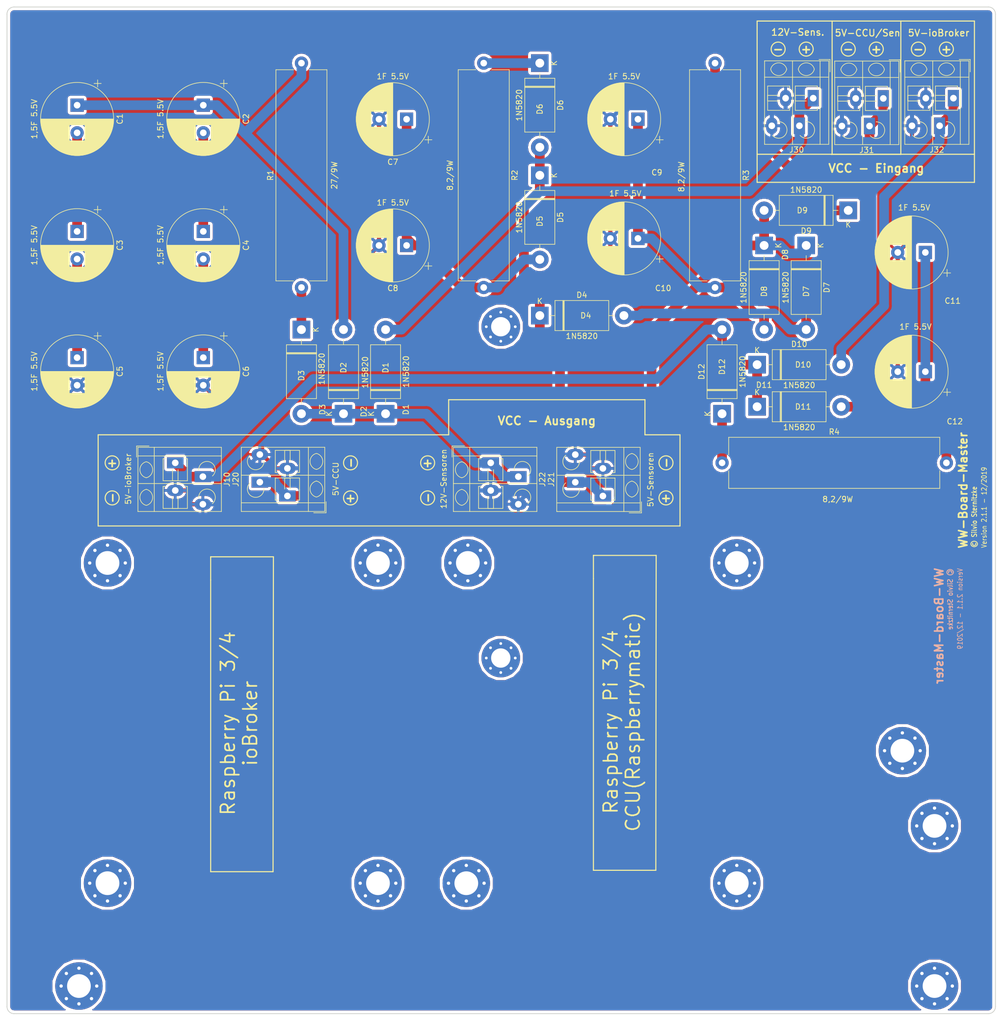
<source format=kicad_pcb>
(kicad_pcb (version 20171130) (host pcbnew "(5.0.2)-1")
  (layers (0 F.Cu signal) (31 B.Cu signal hide) (34 B.Paste user) (35 F.Paste user) (36 B.SilkS user) (37 F.SilkS user) (38 B.Mask user) (39 F.Mask user) (44 Edge.Cuts user))
  (net 0 "")
  (net 1 "Net-(C1-Pad2)")
  (net 2 "Net-(C1-Pad1)")
  (net 3 "Net-(D1-Pad1)")
  (net 4 "Net-(D1-Pad2)")
  (net 5 "Net-(D4-Pad2)")
  (net 6 "Net-(C2-Pad2)")
  (net 7 "Net-(C3-Pad2)")
  (net 8 "Net-(C4-Pad2)")
  (net 9 GND)
  (net 10 "Net-(C7-Pad1)")
  (net 11 "Net-(C10-Pad1)")
  (net 12 "Net-(C11-Pad1)")
  (net 13 "Net-(D3-Pad1)")
  (net 14 "Net-(D4-Pad1)")
  (net 15 "Net-(D6-Pad1)")
  (net 16 "Net-(D7-Pad1)")
  (net 17 "Net-(D9-Pad1)")
  (net 18 "Net-(D10-Pad2)")
  (net 19 "Net-(D10-Pad1)")
  (net 20 "Net-(D12-Pad1)")
  (module Homebrew:Copyrigth (layer F.Cu) (at 193.586506 103.077807)
    (fp_text reference Logo2 hide)
    (fp_text value "Version 2.1.1 - 12/2019" (at -2.6035 0.254 90) (layer F.SilkS) (effects (font (size 0.9 0.75) (thickness 0.12))))
    (fp_text user "© Silvio Sternitzke" (at -4.3815 1.9685 90) (layer F.SilkS) (effects (font (size 0.9 0.75))))
  )
  (module MountingHole:MountingHole_4.3mm_M4_Pad_Via (layer F.Cu) (at 27 190)
    (fp_text reference REF_09_1 hide)
    (fp_text value MountingHole_4.3mm_M4_Pad_Via)
    (pad 1 thru_hole circle (at 2.280419 -2.280419) (size 0.9 0.9) (drill 0.6) (layers *.Cu *.Mask))
    (pad 1 thru_hole circle (at 0 -3.225) (size 0.9 0.9) (drill 0.6) (layers *.Cu *.Mask))
    (pad 1 thru_hole circle (at -2.280419 -2.280419) (size 0.9 0.9) (drill 0.6) (layers *.Cu *.Mask))
    (pad 1 thru_hole circle (at -3.225 0) (size 0.9 0.9) (drill 0.6) (layers *.Cu *.Mask))
    (pad 1 thru_hole circle (at -2.280419 2.280419) (size 0.9 0.9) (drill 0.6) (layers *.Cu *.Mask))
    (pad 1 thru_hole circle (at 0 3.225) (size 0.9 0.9) (drill 0.6) (layers *.Cu *.Mask))
    (pad 1 thru_hole circle (at 2.280419 2.280419) (size 0.9 0.9) (drill 0.6) (layers *.Cu *.Mask))
    (pad 1 thru_hole circle (at 3.225 0) (size 0.9 0.9) (drill 0.6) (layers *.Cu *.Mask))
    (pad 1 thru_hole circle (at 0 0) (size 8.6 8.6) (drill 4.3) (layers *.Cu *.Mask))
  )
  (module MountingHole:MountingHole_4.3mm_M4_Pad_Via (layer F.Cu) (at 182 161)
    (fp_text reference REF_09_3 hide)
    (fp_text value MountingHole_4.3mm_M4_Pad_Via)
    (pad 1 thru_hole circle (at 0 0) (size 8.6 8.6) (drill 4.3) (layers *.Cu *.Mask))
    (pad 1 thru_hole circle (at 3.225 0) (size 0.9 0.9) (drill 0.6) (layers *.Cu *.Mask))
    (pad 1 thru_hole circle (at 2.280419 2.280419) (size 0.9 0.9) (drill 0.6) (layers *.Cu *.Mask))
    (pad 1 thru_hole circle (at 0 3.225) (size 0.9 0.9) (drill 0.6) (layers *.Cu *.Mask))
    (pad 1 thru_hole circle (at -2.280419 2.280419) (size 0.9 0.9) (drill 0.6) (layers *.Cu *.Mask))
    (pad 1 thru_hole circle (at -3.225 0) (size 0.9 0.9) (drill 0.6) (layers *.Cu *.Mask))
    (pad 1 thru_hole circle (at -2.280419 -2.280419) (size 0.9 0.9) (drill 0.6) (layers *.Cu *.Mask))
    (pad 1 thru_hole circle (at 0 -3.225) (size 0.9 0.9) (drill 0.6) (layers *.Cu *.Mask))
    (pad 1 thru_hole circle (at 2.280419 -2.280419) (size 0.9 0.9) (drill 0.6) (layers *.Cu *.Mask))
  )
  (module MountingHole:MountingHole_4.3mm_M4_Pad_Via (layer F.Cu) (at 182 190)
    (fp_text reference REF_09_2 hide)
    (fp_text value MountingHole_4.3mm_M4_Pad_Via)
    (pad 1 thru_hole circle (at 0 0) (size 8.6 8.6) (drill 4.3) (layers *.Cu *.Mask))
    (pad 1 thru_hole circle (at 3.225 0) (size 0.9 0.9) (drill 0.6) (layers *.Cu *.Mask))
    (pad 1 thru_hole circle (at 2.280419 2.280419) (size 0.9 0.9) (drill 0.6) (layers *.Cu *.Mask))
    (pad 1 thru_hole circle (at 0 3.225) (size 0.9 0.9) (drill 0.6) (layers *.Cu *.Mask))
    (pad 1 thru_hole circle (at -2.280419 2.280419) (size 0.9 0.9) (drill 0.6) (layers *.Cu *.Mask))
    (pad 1 thru_hole circle (at -3.225 0) (size 0.9 0.9) (drill 0.6) (layers *.Cu *.Mask))
    (pad 1 thru_hole circle (at -2.280419 -2.280419) (size 0.9 0.9) (drill 0.6) (layers *.Cu *.Mask))
    (pad 1 thru_hole circle (at 0 -3.225) (size 0.9 0.9) (drill 0.6) (layers *.Cu *.Mask))
    (pad 1 thru_hole circle (at 2.280419 -2.280419) (size 0.9 0.9) (drill 0.6) (layers *.Cu *.Mask))
  )
  (module MountingHole:MountingHole_3.5mm_Pad_Via (layer F.Cu) (at 103.42 130.6)
    (fp_text reference REF_S2 hide)
    (fp_text value MountingHole_3.5mm_Pad_Via)
    (pad 1 thru_hole circle (at 0 0) (size 7 7) (drill 3.5) (layers *.Cu *.Mask))
    (pad 1 thru_hole circle (at 2.625 0) (size 0.8 0.8) (drill 0.5) (layers *.Cu *.Mask))
    (pad 1 thru_hole circle (at 1.856155 1.856155) (size 0.8 0.8) (drill 0.5) (layers *.Cu *.Mask))
    (pad 1 thru_hole circle (at 0 2.625) (size 0.8 0.8) (drill 0.5) (layers *.Cu *.Mask))
    (pad 1 thru_hole circle (at -1.856155 1.856155) (size 0.8 0.8) (drill 0.5) (layers *.Cu *.Mask))
    (pad 1 thru_hole circle (at -2.625 0) (size 0.8 0.8) (drill 0.5) (layers *.Cu *.Mask))
    (pad 1 thru_hole circle (at -1.856155 -1.856155) (size 0.8 0.8) (drill 0.5) (layers *.Cu *.Mask))
    (pad 1 thru_hole circle (at 0 -2.625) (size 0.8 0.8) (drill 0.5) (layers *.Cu *.Mask))
    (pad 1 thru_hole circle (at 1.856155 -1.856155) (size 0.8 0.8) (drill 0.5) (layers *.Cu *.Mask))
  )
  (module MountingHole:MountingHole_3.5mm_Pad_Via (layer F.Cu) (at 103.42 70.6)
    (fp_text reference REF_S1 hide)
    (fp_text value MountingHole_3.5mm_Pad_Via)
    (pad 1 thru_hole circle (at 0 0) (size 7 7) (drill 3.5) (layers *.Cu *.Mask))
    (pad 1 thru_hole circle (at 2.625 0) (size 0.8 0.8) (drill 0.5) (layers *.Cu *.Mask))
    (pad 1 thru_hole circle (at 1.856155 1.856155) (size 0.8 0.8) (drill 0.5) (layers *.Cu *.Mask))
    (pad 1 thru_hole circle (at 0 2.625) (size 0.8 0.8) (drill 0.5) (layers *.Cu *.Mask))
    (pad 1 thru_hole circle (at -1.856155 1.856155) (size 0.8 0.8) (drill 0.5) (layers *.Cu *.Mask))
    (pad 1 thru_hole circle (at -2.625 0) (size 0.8 0.8) (drill 0.5) (layers *.Cu *.Mask))
    (pad 1 thru_hole circle (at -1.856155 -1.856155) (size 0.8 0.8) (drill 0.5) (layers *.Cu *.Mask))
    (pad 1 thru_hole circle (at 0 -2.625) (size 0.8 0.8) (drill 0.5) (layers *.Cu *.Mask))
    (pad 1 thru_hole circle (at 1.856155 -1.856155) (size 0.8 0.8) (drill 0.5) (layers *.Cu *.Mask))
  )
  (module MountingHole:MountingHole_4.3mm_M4_Pad_Via (layer F.Cu) (at 176.175 147.38)
    (fp_text reference REF05 hide)
    (fp_text value MountingHole_4.3mm_M4_Pad_Via)
    (pad 1 thru_hole circle (at 2.280419 -2.280419) (size 0.9 0.9) (drill 0.6) (layers *.Cu *.Mask))
    (pad 1 thru_hole circle (at 0 -3.225) (size 0.9 0.9) (drill 0.6) (layers *.Cu *.Mask))
    (pad 1 thru_hole circle (at -2.280419 -2.280419) (size 0.9 0.9) (drill 0.6) (layers *.Cu *.Mask))
    (pad 1 thru_hole circle (at -3.225 0) (size 0.9 0.9) (drill 0.6) (layers *.Cu *.Mask))
    (pad 1 thru_hole circle (at -2.280419 2.280419) (size 0.9 0.9) (drill 0.6) (layers *.Cu *.Mask))
    (pad 1 thru_hole circle (at 0 3.225) (size 0.9 0.9) (drill 0.6) (layers *.Cu *.Mask))
    (pad 1 thru_hole circle (at 2.280419 2.280419) (size 0.9 0.9) (drill 0.6) (layers *.Cu *.Mask))
    (pad 1 thru_hole circle (at 3.225 0) (size 0.9 0.9) (drill 0.6) (layers *.Cu *.Mask))
    (pad 1 thru_hole circle (at 0 0) (size 8.6 8.6) (drill 4.3) (layers *.Cu *.Mask))
  )
  (module MountingHole:MountingHole_4.3mm_M4_Pad_Via (layer F.Cu) (at 146.175 113.38)
    (fp_text reference REF_04 hide)
    (fp_text value MountingHole_4.3mm_M4_Pad_Via)
    (pad 1 thru_hole circle (at 2.280419 -2.280419) (size 0.9 0.9) (drill 0.6) (layers *.Cu *.Mask))
    (pad 1 thru_hole circle (at 0 -3.225) (size 0.9 0.9) (drill 0.6) (layers *.Cu *.Mask))
    (pad 1 thru_hole circle (at -2.280419 -2.280419) (size 0.9 0.9) (drill 0.6) (layers *.Cu *.Mask))
    (pad 1 thru_hole circle (at -3.225 0) (size 0.9 0.9) (drill 0.6) (layers *.Cu *.Mask))
    (pad 1 thru_hole circle (at -2.280419 2.280419) (size 0.9 0.9) (drill 0.6) (layers *.Cu *.Mask))
    (pad 1 thru_hole circle (at 0 3.225) (size 0.9 0.9) (drill 0.6) (layers *.Cu *.Mask))
    (pad 1 thru_hole circle (at 2.280419 2.280419) (size 0.9 0.9) (drill 0.6) (layers *.Cu *.Mask))
    (pad 1 thru_hole circle (at 3.225 0) (size 0.9 0.9) (drill 0.6) (layers *.Cu *.Mask))
    (pad 1 thru_hole circle (at 0 0) (size 8.6 8.6) (drill 4.3) (layers *.Cu *.Mask))
  )
  (module MountingHole:MountingHole_4.3mm_M4_Pad_Via (layer F.Cu) (at 146.175 171.38)
    (fp_text reference REF_09_4 hide)
    (fp_text value MountingHole_4.3mm_M4_Pad_Via)
    (pad 1 thru_hole circle (at 2.280419 -2.280419) (size 0.9 0.9) (drill 0.6) (layers *.Cu *.Mask))
    (pad 1 thru_hole circle (at 0 -3.225) (size 0.9 0.9) (drill 0.6) (layers *.Cu *.Mask))
    (pad 1 thru_hole circle (at -2.280419 -2.280419) (size 0.9 0.9) (drill 0.6) (layers *.Cu *.Mask))
    (pad 1 thru_hole circle (at -3.225 0) (size 0.9 0.9) (drill 0.6) (layers *.Cu *.Mask))
    (pad 1 thru_hole circle (at -2.280419 2.280419) (size 0.9 0.9) (drill 0.6) (layers *.Cu *.Mask))
    (pad 1 thru_hole circle (at 0 3.225) (size 0.9 0.9) (drill 0.6) (layers *.Cu *.Mask))
    (pad 1 thru_hole circle (at 2.280419 2.280419) (size 0.9 0.9) (drill 0.6) (layers *.Cu *.Mask))
    (pad 1 thru_hole circle (at 3.225 0) (size 0.9 0.9) (drill 0.6) (layers *.Cu *.Mask))
    (pad 1 thru_hole circle (at 0 0) (size 8.6 8.6) (drill 4.3) (layers *.Cu *.Mask))
  )
  (module MountingHole:MountingHole_4.3mm_M4_Pad_Via (layer F.Cu) (at 97.175 171.38)
    (fp_text reference REF_08 hide)
    (fp_text value MountingHole_4.3mm_M4_Pad_Via)
    (pad 1 thru_hole circle (at 2.280419 -2.280419) (size 0.9 0.9) (drill 0.6) (layers *.Cu *.Mask))
    (pad 1 thru_hole circle (at 0 -3.225) (size 0.9 0.9) (drill 0.6) (layers *.Cu *.Mask))
    (pad 1 thru_hole circle (at -2.280419 -2.280419) (size 0.9 0.9) (drill 0.6) (layers *.Cu *.Mask))
    (pad 1 thru_hole circle (at -3.225 0) (size 0.9 0.9) (drill 0.6) (layers *.Cu *.Mask))
    (pad 1 thru_hole circle (at -2.280419 2.280419) (size 0.9 0.9) (drill 0.6) (layers *.Cu *.Mask))
    (pad 1 thru_hole circle (at 0 3.225) (size 0.9 0.9) (drill 0.6) (layers *.Cu *.Mask))
    (pad 1 thru_hole circle (at 2.280419 2.280419) (size 0.9 0.9) (drill 0.6) (layers *.Cu *.Mask))
    (pad 1 thru_hole circle (at 3.225 0) (size 0.9 0.9) (drill 0.6) (layers *.Cu *.Mask))
    (pad 1 thru_hole circle (at 0 0) (size 8.6 8.6) (drill 4.3) (layers *.Cu *.Mask))
  )
  (module MountingHole:MountingHole_4.3mm_M4_Pad_Via (layer F.Cu) (at 97.455 113.38)
    (fp_text reference REF_03 hide)
    (fp_text value MountingHole_4.3mm_M4_Pad_Via)
    (pad 1 thru_hole circle (at 2.280419 -2.280419) (size 0.9 0.9) (drill 0.6) (layers *.Cu *.Mask))
    (pad 1 thru_hole circle (at 0 -3.225) (size 0.9 0.9) (drill 0.6) (layers *.Cu *.Mask))
    (pad 1 thru_hole circle (at -2.280419 -2.280419) (size 0.9 0.9) (drill 0.6) (layers *.Cu *.Mask))
    (pad 1 thru_hole circle (at -3.225 0) (size 0.9 0.9) (drill 0.6) (layers *.Cu *.Mask))
    (pad 1 thru_hole circle (at -2.280419 2.280419) (size 0.9 0.9) (drill 0.6) (layers *.Cu *.Mask))
    (pad 1 thru_hole circle (at 0 3.225) (size 0.9 0.9) (drill 0.6) (layers *.Cu *.Mask))
    (pad 1 thru_hole circle (at 2.280419 2.280419) (size 0.9 0.9) (drill 0.6) (layers *.Cu *.Mask))
    (pad 1 thru_hole circle (at 3.225 0) (size 0.9 0.9) (drill 0.6) (layers *.Cu *.Mask))
    (pad 1 thru_hole circle (at 0 0) (size 8.6 8.6) (drill 4.3) (layers *.Cu *.Mask))
  )
  (module MountingHole:MountingHole_4.3mm_M4_Pad_Via (layer F.Cu) (at 32.175 113.38)
    (fp_text reference REF_01 hide)
    (fp_text value MountingHole_4.3mm_M4_Pad_Via)
    (pad 1 thru_hole circle (at 0 0) (size 8.6 8.6) (drill 4.3) (layers *.Cu *.Mask))
    (pad 1 thru_hole circle (at 3.225 0) (size 0.9 0.9) (drill 0.6) (layers *.Cu *.Mask))
    (pad 1 thru_hole circle (at 2.280419 2.280419) (size 0.9 0.9) (drill 0.6) (layers *.Cu *.Mask))
    (pad 1 thru_hole circle (at 0 3.225) (size 0.9 0.9) (drill 0.6) (layers *.Cu *.Mask))
    (pad 1 thru_hole circle (at -2.280419 2.280419) (size 0.9 0.9) (drill 0.6) (layers *.Cu *.Mask))
    (pad 1 thru_hole circle (at -3.225 0) (size 0.9 0.9) (drill 0.6) (layers *.Cu *.Mask))
    (pad 1 thru_hole circle (at -2.280419 -2.280419) (size 0.9 0.9) (drill 0.6) (layers *.Cu *.Mask))
    (pad 1 thru_hole circle (at 0 -3.225) (size 0.9 0.9) (drill 0.6) (layers *.Cu *.Mask))
    (pad 1 thru_hole circle (at 2.280419 -2.280419) (size 0.9 0.9) (drill 0.6) (layers *.Cu *.Mask))
  )
  (module MountingHole:MountingHole_4.3mm_M4_Pad_Via (layer F.Cu) (at 81.175 113.38)
    (fp_text reference REF_02 hide)
    (fp_text value MountingHole_4.3mm_M4_Pad_Via)
    (pad 1 thru_hole circle (at 0 0) (size 8.6 8.6) (drill 4.3) (layers *.Cu *.Mask))
    (pad 1 thru_hole circle (at 3.225 0) (size 0.9 0.9) (drill 0.6) (layers *.Cu *.Mask))
    (pad 1 thru_hole circle (at 2.280419 2.280419) (size 0.9 0.9) (drill 0.6) (layers *.Cu *.Mask))
    (pad 1 thru_hole circle (at 0 3.225) (size 0.9 0.9) (drill 0.6) (layers *.Cu *.Mask))
    (pad 1 thru_hole circle (at -2.280419 2.280419) (size 0.9 0.9) (drill 0.6) (layers *.Cu *.Mask))
    (pad 1 thru_hole circle (at -3.225 0) (size 0.9 0.9) (drill 0.6) (layers *.Cu *.Mask))
    (pad 1 thru_hole circle (at -2.280419 -2.280419) (size 0.9 0.9) (drill 0.6) (layers *.Cu *.Mask))
    (pad 1 thru_hole circle (at 0 -3.225) (size 0.9 0.9) (drill 0.6) (layers *.Cu *.Mask))
    (pad 1 thru_hole circle (at 2.280419 -2.280419) (size 0.9 0.9) (drill 0.6) (layers *.Cu *.Mask))
  )
  (module MountingHole:MountingHole_4.3mm_M4_Pad_Via (layer F.Cu) (at 81.175 171.38)
    (fp_text reference REF_07 hide)
    (fp_text value MountingHole_4.3mm_M4_Pad_Via)
    (pad 1 thru_hole circle (at 0 0) (size 8.6 8.6) (drill 4.3) (layers *.Cu *.Mask))
    (pad 1 thru_hole circle (at 3.225 0) (size 0.9 0.9) (drill 0.6) (layers *.Cu *.Mask))
    (pad 1 thru_hole circle (at 2.280419 2.280419) (size 0.9 0.9) (drill 0.6) (layers *.Cu *.Mask))
    (pad 1 thru_hole circle (at 0 3.225) (size 0.9 0.9) (drill 0.6) (layers *.Cu *.Mask))
    (pad 1 thru_hole circle (at -2.280419 2.280419) (size 0.9 0.9) (drill 0.6) (layers *.Cu *.Mask))
    (pad 1 thru_hole circle (at -3.225 0) (size 0.9 0.9) (drill 0.6) (layers *.Cu *.Mask))
    (pad 1 thru_hole circle (at -2.280419 -2.280419) (size 0.9 0.9) (drill 0.6) (layers *.Cu *.Mask))
    (pad 1 thru_hole circle (at 0 -3.225) (size 0.9 0.9) (drill 0.6) (layers *.Cu *.Mask))
    (pad 1 thru_hole circle (at 2.280419 -2.280419) (size 0.9 0.9) (drill 0.6) (layers *.Cu *.Mask))
  )
  (module MountingHole:MountingHole_4.3mm_M4_Pad_Via (layer F.Cu) (at 32.175 171.38)
    (fp_text reference REF_06 hide)
    (fp_text value MountingHole_4.3mm_M4_Pad_Via)
    (pad 1 thru_hole circle (at 2.280419 -2.280419) (size 0.9 0.9) (drill 0.6) (layers *.Cu *.Mask))
    (pad 1 thru_hole circle (at 0 -3.225) (size 0.9 0.9) (drill 0.6) (layers *.Cu *.Mask))
    (pad 1 thru_hole circle (at -2.280419 -2.280419) (size 0.9 0.9) (drill 0.6) (layers *.Cu *.Mask))
    (pad 1 thru_hole circle (at -3.225 0) (size 0.9 0.9) (drill 0.6) (layers *.Cu *.Mask))
    (pad 1 thru_hole circle (at -2.280419 2.280419) (size 0.9 0.9) (drill 0.6) (layers *.Cu *.Mask))
    (pad 1 thru_hole circle (at 0 3.225) (size 0.9 0.9) (drill 0.6) (layers *.Cu *.Mask))
    (pad 1 thru_hole circle (at 2.280419 2.280419) (size 0.9 0.9) (drill 0.6) (layers *.Cu *.Mask))
    (pad 1 thru_hole circle (at 3.225 0) (size 0.9 0.9) (drill 0.6) (layers *.Cu *.Mask))
    (pad 1 thru_hole circle (at 0 0) (size 8.6 8.6) (drill 4.3) (layers *.Cu *.Mask))
  )
  (module Homebrew:Copyrigth (layer B.Cu) (at 189.23 121.92)
    (fp_text reference Logo1 hide)
    (fp_text value "Version 2.1.1 - 12/2019" (at -2.6035 -0.254 -90) (layer B.SilkS) (effects (font (size 0.9 0.75) (thickness 0.12)) (justify mirror)))
    (fp_text user "© Silvio Sternitzke" (at -4.3815 -1.9685 -90) (layer B.SilkS) (effects (font (size 0.9 0.75)) (justify mirror)))
  )
  (module Homebrew:CP_Radial_D20.0mm_P5.00mm (layer F.Cu) (at 86.36 33.02 180)
    (fp_text reference C7 (at 2.5 -7.75 180) (layer F.SilkS))
    (fp_text value "1F 5.5V" (at 2.5 7.75 180) (layer F.SilkS))
    (pad 2 thru_hole circle (at 5 0 180) (size 2.4 2.4) (drill 1.2) (layers *.Cu *.Mask) (net 9 GND))
    (pad 1 thru_hole rect (at 0 0 180) (size 2.4 2.4) (drill 1.2) (layers *.Cu *.Mask) (net 10 "Net-(C7-Pad1)"))
  )
  (module Homebrew:CP_Radial_D20.0mm_P5.00mm (layer F.Cu) (at 86.36 55.88 180)
    (fp_text reference C8 (at 2.5 -7.75 180) (layer F.SilkS))
    (fp_text value "1F 5.5V" (at 2.5 7.75 180) (layer F.SilkS))
    (pad 1 thru_hole rect (at 0 0 180) (size 2.4 2.4) (drill 1.2) (layers *.Cu *.Mask) (net 10 "Net-(C7-Pad1)"))
    (pad 2 thru_hole circle (at 5 0 180) (size 2.4 2.4) (drill 1.2) (layers *.Cu *.Mask) (net 9 GND))
  )
  (module Homebrew:CP_Radial_D20.0mm_P5.00mm (layer F.Cu) (at 128.27 33.02 180)
    (fp_text reference C9 (at -3.429 -9.652 180) (layer F.SilkS))
    (fp_text value "1F 5.5V" (at 2.5 7.75 180) (layer F.SilkS))
    (pad 2 thru_hole circle (at 5 0 180) (size 2.4 2.4) (drill 1.2) (layers *.Cu *.Mask) (net 9 GND))
    (pad 1 thru_hole rect (at 0 0 180) (size 2.4 2.4) (drill 1.2) (layers *.Cu *.Mask) (net 11 "Net-(C10-Pad1)"))
  )
  (module Homebrew:CP_Radial_D20.0mm_P5.00mm (layer F.Cu) (at 128.27 54.61 180)
    (fp_text reference C10 (at -4.572 -9.017 180) (layer F.SilkS))
    (fp_text value "1F 5.5V" (at 2.286 8.128 180) (layer F.SilkS))
    (pad 1 thru_hole rect (at 0 0 180) (size 2.4 2.4) (drill 1.2) (layers *.Cu *.Mask) (net 11 "Net-(C10-Pad1)"))
    (pad 2 thru_hole circle (at 5 0 180) (size 2.4 2.4) (drill 1.2) (layers *.Cu *.Mask) (net 9 GND))
  )
  (module Homebrew:CP_Radial_D20.0mm_P5.00mm (layer F.Cu) (at 180.34 57.15 180)
    (fp_text reference C11 (at -4.953 -8.763 180) (layer F.SilkS))
    (fp_text value "1F 5.5V" (at 2.032 8.128 180) (layer F.SilkS))
    (pad 2 thru_hole circle (at 5 0 180) (size 2.4 2.4) (drill 1.2) (layers *.Cu *.Mask) (net 9 GND))
    (pad 1 thru_hole rect (at 0 0 180) (size 2.4 2.4) (drill 1.2) (layers *.Cu *.Mask) (net 12 "Net-(C11-Pad1)"))
  )
  (module Homebrew:CP_Radial_D20.0mm_P5.00mm (layer F.Cu) (at 180.34 78.74 180)
    (fp_text reference C12 (at -5.334 -9.017 180) (layer F.SilkS))
    (fp_text value "1F 5.5V" (at 1.778 8.128 180) (layer F.SilkS))
    (pad 1 thru_hole rect (at 0 0 180) (size 2.4 2.4) (drill 1.2) (layers *.Cu *.Mask) (net 12 "Net-(C11-Pad1)"))
    (pad 2 thru_hole circle (at 5 0 180) (size 2.4 2.4) (drill 1.2) (layers *.Cu *.Mask) (net 9 GND))
  )
  (module Diode_THT:D_DO-201AD_P15.24mm_Horizontal (layer F.Cu) (at 82.55 86.36 90)
    (fp_text reference D1 (at 0.762 3.683 90) (layer F.SilkS))
    (fp_text value 1N5820 (at 7.62 3.72 90) (layer F.SilkS))
    (fp_text user K (at 0 -2.6 90) (layer F.SilkS))
    (fp_text user %R (at 8.3325 0 90) (layer F.SilkS))
    (pad 2 thru_hole oval (at 15.24 0 90) (size 3.2 3.2) (drill 1.6) (layers *.Cu *.Mask) (net 4 "Net-(D1-Pad2)"))
    (pad 1 thru_hole rect (at 0 0 90) (size 3.2 3.2) (drill 1.6) (layers *.Cu *.Mask) (net 3 "Net-(D1-Pad1)"))
  )
  (module Diode_THT:D_DO-201AD_P15.24mm_Horizontal (layer F.Cu) (at 74.93 86.36 90)
    (fp_text reference D2 (at 0.381 3.683 90) (layer F.SilkS))
    (fp_text value 1N5820 (at 7.493 3.937 90) (layer F.SilkS))
    (fp_text user %R (at 8.3325 0 90) (layer F.SilkS))
    (fp_text user K (at 0 -2.6 90) (layer F.SilkS))
    (pad 1 thru_hole rect (at 0 0 90) (size 3.2 3.2) (drill 1.6) (layers *.Cu *.Mask) (net 3 "Net-(D1-Pad1)"))
    (pad 2 thru_hole oval (at 15.24 0 90) (size 3.2 3.2) (drill 1.6) (layers *.Cu *.Mask) (net 2 "Net-(C1-Pad1)"))
  )
  (module Diode_THT:D_DO-201AD_P15.24mm_Horizontal (layer F.Cu) (at 67.31 71.12 270)
    (fp_text reference D3 (at 14.478 -3.81 270) (layer F.SilkS))
    (fp_text value 1N5820 (at 7.112 -3.683 270) (layer F.SilkS))
    (fp_text user K (at 0 -2.6 270) (layer F.SilkS))
    (fp_text user %R (at 8.3325 0 270) (layer F.SilkS))
    (pad 2 thru_hole oval (at 15.24 0 270) (size 3.2 3.2) (drill 1.6) (layers *.Cu *.Mask) (net 3 "Net-(D1-Pad1)"))
    (pad 1 thru_hole rect (at 0 0 270) (size 3.2 3.2) (drill 1.6) (layers *.Cu *.Mask) (net 13 "Net-(D3-Pad1)"))
  )
  (module Diode_THT:D_DO-201AD_P15.24mm_Horizontal (layer F.Cu) (at 110.49 68.58)
    (fp_text reference D4 (at 7.62 -3.72) (layer F.SilkS))
    (fp_text value 1N5820 (at 7.62 3.72) (layer F.SilkS))
    (fp_text user %R (at 8.3325 0) (layer F.SilkS))
    (fp_text user K (at 0 -2.6) (layer F.SilkS))
    (pad 1 thru_hole rect (at 0 0) (size 3.2 3.2) (drill 1.6) (layers *.Cu *.Mask) (net 14 "Net-(D4-Pad1)"))
    (pad 2 thru_hole oval (at 15.24 0) (size 3.2 3.2) (drill 1.6) (layers *.Cu *.Mask) (net 5 "Net-(D4-Pad2)"))
  )
  (module Diode_THT:D_DO-201AD_P15.24mm_Horizontal (layer F.Cu) (at 110.49 43.18 270)
    (fp_text reference D5 (at 7.62 -3.72 270) (layer F.SilkS))
    (fp_text value 1N5820 (at 7.62 3.72 270) (layer F.SilkS))
    (fp_text user K (at 0 -2.6 270) (layer F.SilkS))
    (fp_text user %R (at 8.3325 0 270) (layer F.SilkS))
    (pad 2 thru_hole oval (at 15.24 0 270) (size 3.2 3.2) (drill 1.6) (layers *.Cu *.Mask) (net 10 "Net-(C7-Pad1)"))
    (pad 1 thru_hole rect (at 0 0 270) (size 3.2 3.2) (drill 1.6) (layers *.Cu *.Mask) (net 14 "Net-(D4-Pad1)"))
  )
  (module Diode_THT:D_DO-201AD_P15.24mm_Horizontal (layer F.Cu) (at 110.49 22.86 270)
    (fp_text reference D6 (at 7.62 -3.72 270) (layer F.SilkS))
    (fp_text value 1N5820 (at 7.62 3.72 270) (layer F.SilkS))
    (fp_text user %R (at 8.3325 0 270) (layer F.SilkS))
    (fp_text user K (at 0 -2.6 270) (layer F.SilkS))
    (pad 1 thru_hole rect (at 0 0 270) (size 3.2 3.2) (drill 1.6) (layers *.Cu *.Mask) (net 15 "Net-(D6-Pad1)"))
    (pad 2 thru_hole oval (at 15.24 0 270) (size 3.2 3.2) (drill 1.6) (layers *.Cu *.Mask) (net 14 "Net-(D4-Pad1)"))
  )
  (module Diode_THT:D_DO-201AD_P15.24mm_Horizontal (layer F.Cu) (at 158.75 55.88 270)
    (fp_text reference D7 (at 7.62 -3.72 270) (layer F.SilkS))
    (fp_text value 1N5820 (at 7.62 3.72 270) (layer F.SilkS))
    (fp_text user %R (at 8.3325 0 270) (layer F.SilkS))
    (fp_text user K (at 0 -2.6 270) (layer F.SilkS))
    (pad 1 thru_hole rect (at 0 0 270) (size 3.2 3.2) (drill 1.6) (layers *.Cu *.Mask) (net 16 "Net-(D7-Pad1)"))
    (pad 2 thru_hole oval (at 15.24 0 270) (size 3.2 3.2) (drill 1.6) (layers *.Cu *.Mask) (net 5 "Net-(D4-Pad2)"))
  )
  (module Diode_THT:D_DO-201AD_P15.24mm_Horizontal (layer F.Cu) (at 151.13 55.88 270)
    (fp_text reference D8 (at 1.651 -3.81 270) (layer F.SilkS))
    (fp_text value 1N5820 (at 7.62 3.72 270) (layer F.SilkS))
    (fp_text user %R (at 8.3325 0 270) (layer F.SilkS))
    (fp_text user K (at 0 -2.6 270) (layer F.SilkS))
    (pad 1 thru_hole rect (at 0 0 270) (size 3.2 3.2) (drill 1.6) (layers *.Cu *.Mask) (net 16 "Net-(D7-Pad1)"))
    (pad 2 thru_hole oval (at 15.24 0 270) (size 3.2 3.2) (drill 1.6) (layers *.Cu *.Mask) (net 11 "Net-(C10-Pad1)"))
  )
  (module Diode_THT:D_DO-201AD_P15.24mm_Horizontal (layer F.Cu) (at 166.37 49.53 180)
    (fp_text reference D9 (at 7.62 -3.72 180) (layer F.SilkS))
    (fp_text value 1N5820 (at 7.62 3.72 180) (layer F.SilkS))
    (fp_text user K (at 0 -2.6 180) (layer F.SilkS))
    (fp_text user %R (at 8.3325 0 180) (layer F.SilkS))
    (pad 2 thru_hole oval (at 15.24 0 180) (size 3.2 3.2) (drill 1.6) (layers *.Cu *.Mask) (net 16 "Net-(D7-Pad1)"))
    (pad 1 thru_hole rect (at 0 0 180) (size 3.2 3.2) (drill 1.6) (layers *.Cu *.Mask) (net 17 "Net-(D9-Pad1)"))
  )
  (module Diode_THT:D_DO-201AD_P15.24mm_Horizontal (layer F.Cu) (at 149.86 77.47)
    (fp_text reference D10 (at 7.62 -3.72) (layer F.SilkS))
    (fp_text value 1N5820 (at 7.62 3.72) (layer F.SilkS))
    (fp_text user K (at 0 -2.6) (layer F.SilkS))
    (fp_text user %R (at 8.3325 0) (layer F.SilkS))
    (pad 2 thru_hole oval (at 15.24 0) (size 3.2 3.2) (drill 1.6) (layers *.Cu *.Mask) (net 18 "Net-(D10-Pad2)"))
    (pad 1 thru_hole rect (at 0 0) (size 3.2 3.2) (drill 1.6) (layers *.Cu *.Mask) (net 19 "Net-(D10-Pad1)"))
  )
  (module Diode_THT:D_DO-201AD_P15.24mm_Horizontal (layer F.Cu) (at 149.86 85.09)
    (fp_text reference D11 (at 1.27 -3.937) (layer F.SilkS))
    (fp_text value 1N5820 (at 7.62 3.72) (layer F.SilkS))
    (fp_text user %R (at 8.3325 0) (layer F.SilkS))
    (fp_text user K (at 0 -2.6) (layer F.SilkS))
    (pad 1 thru_hole rect (at 0 0) (size 3.2 3.2) (drill 1.6) (layers *.Cu *.Mask) (net 19 "Net-(D10-Pad1)"))
    (pad 2 thru_hole oval (at 15.24 0) (size 3.2 3.2) (drill 1.6) (layers *.Cu *.Mask) (net 12 "Net-(C11-Pad1)"))
  )
  (module Diode_THT:D_DO-201AD_P15.24mm_Horizontal (layer F.Cu) (at 143.51 86.36 90)
    (fp_text reference D12 (at 7.62 -3.72 90) (layer F.SilkS))
    (fp_text value 1N5820 (at 7.62 3.72 90) (layer F.SilkS))
    (fp_text user K (at 0 -2.6 90) (layer F.SilkS))
    (fp_text user %R (at 8.509 0 90) (layer F.SilkS))
    (pad 2 thru_hole oval (at 15.24 0 90) (size 3.2 3.2) (drill 1.6) (layers *.Cu *.Mask) (net 19 "Net-(D10-Pad1)"))
    (pad 1 thru_hole rect (at 0 0 90) (size 3.2 3.2) (drill 1.6) (layers *.Cu *.Mask) (net 20 "Net-(D12-Pad1)"))
  )
  (module TerminalBlock_WAGO:TerminalBlock_WAGO_804-102_1x02_P5.00mm_45Degree (layer F.Cu) (at 44.45 95.25 270)
    (fp_text reference J10 (at 3 -9.36 270) (layer F.SilkS))
    (fp_text value 5V-ioBroker (at 2.921 8.509 270) (layer F.SilkS))
    (pad 1 thru_hole rect (at 0 0 270) (size 2 3) (drill 1.2) (layers *.Cu *.Mask) (net 19 "Net-(D10-Pad1)"))
    (pad 1 thru_hole rect (at 2.5 -5 270) (size 2 3) (drill 1.2) (layers *.Cu *.Mask) (net 19 "Net-(D10-Pad1)"))
    (pad 2 thru_hole oval (at 5 0 270) (size 2 3) (drill 1.2) (layers *.Cu *.Mask) (net 9 GND))
    (pad 2 thru_hole oval (at 7.5 -5 270) (size 2 3) (drill 1.2) (layers *.Cu *.Mask) (net 9 GND))
  )
  (module TerminalBlock_WAGO:TerminalBlock_WAGO_804-102_1x02_P5.00mm_45Degree (layer F.Cu) (at 64.77 101.244 90)
    (fp_text reference J20 (at 3 -9.36 90) (layer F.SilkS))
    (fp_text value 5V-CCU (at 3.073 8.763 90) (layer F.SilkS))
    (pad 1 thru_hole rect (at 0 0 90) (size 2 3) (drill 1.2) (layers *.Cu *.Mask) (net 16 "Net-(D7-Pad1)"))
    (pad 1 thru_hole rect (at 2.5 -5 90) (size 2 3) (drill 1.2) (layers *.Cu *.Mask) (net 16 "Net-(D7-Pad1)"))
    (pad 2 thru_hole oval (at 5 0 90) (size 2 3) (drill 1.2) (layers *.Cu *.Mask) (net 9 GND))
    (pad 2 thru_hole oval (at 7.5 -5 90) (size 2 3) (drill 1.2) (layers *.Cu *.Mask) (net 9 GND))
  )
  (module TerminalBlock_WAGO:TerminalBlock_WAGO_804-102_1x02_P5.00mm_45Degree (layer F.Cu) (at 121.92 101.257 90)
    (fp_text reference J21 (at 3 -9.36 90) (layer F.SilkS))
    (fp_text value 5V-Sensoren (at 2.959 8.636 90) (layer F.SilkS))
    (pad 1 thru_hole rect (at 0 0 90) (size 2 3) (drill 1.2) (layers *.Cu *.Mask) (net 14 "Net-(D4-Pad1)"))
    (pad 1 thru_hole rect (at 2.5 -5 90) (size 2 3) (drill 1.2) (layers *.Cu *.Mask) (net 14 "Net-(D4-Pad1)"))
    (pad 2 thru_hole oval (at 5 0 90) (size 2 3) (drill 1.2) (layers *.Cu *.Mask) (net 9 GND))
    (pad 2 thru_hole oval (at 7.5 -5 90) (size 2 3) (drill 1.2) (layers *.Cu *.Mask) (net 9 GND))
  )
  (module TerminalBlock_WAGO:TerminalBlock_WAGO_804-102_1x02_P5.00mm_45Degree (layer F.Cu) (at 101.6 95.25 270)
    (fp_text reference J22 (at 3 -9.36 270) (layer F.SilkS))
    (fp_text value 12V-Sensoren (at 2.921 8.509 270) (layer F.SilkS))
    (pad 2 thru_hole oval (at 7.5 -5 270) (size 2 3) (drill 1.2) (layers *.Cu *.Mask) (net 9 GND))
    (pad 2 thru_hole oval (at 5 0 270) (size 2 3) (drill 1.2) (layers *.Cu *.Mask) (net 9 GND))
    (pad 1 thru_hole rect (at 2.5 -5 270) (size 2 3) (drill 1.2) (layers *.Cu *.Mask) (net 3 "Net-(D1-Pad1)"))
    (pad 1 thru_hole rect (at 0 0 270) (size 2 3) (drill 1.2) (layers *.Cu *.Mask) (net 3 "Net-(D1-Pad1)"))
  )
  (module TerminalBlock_WAGO:TerminalBlock_WAGO_804-102_1x02_P5.00mm_45Degree (layer F.Cu) (at 160.02 29.21 180)
    (fp_text reference J30 (at 3 -9.36 180) (layer F.SilkS))
    (fp_text value 12V-Sens. (at 2.794 11.938 180) (layer F.SilkS) (effects (font (size 1.2 1.2) (thickness 0.2))))
    (pad 1 thru_hole rect (at 0 0 180) (size 2 3) (drill 1.2) (layers *.Cu *.Mask) (net 4 "Net-(D1-Pad2)"))
    (pad 1 thru_hole rect (at 2.5 -5 180) (size 2 3) (drill 1.2) (layers *.Cu *.Mask) (net 4 "Net-(D1-Pad2)"))
    (pad 2 thru_hole oval (at 5 0 180) (size 2 3) (drill 1.2) (layers *.Cu *.Mask) (net 9 GND))
    (pad 2 thru_hole oval (at 7.5 -5 180) (size 2 3) (drill 1.2) (layers *.Cu *.Mask) (net 9 GND))
  )
  (module TerminalBlock_WAGO:TerminalBlock_WAGO_804-102_1x02_P5.00mm_45Degree (layer F.Cu) (at 172.72 29.2525 180)
    (fp_text reference J31 (at 3 -9.36 180) (layer F.SilkS))
    (fp_text value " 5V-CCU/Sen" (at 3.302 11.8535 180) (layer F.SilkS) (effects (font (size 1.2 1.2) (thickness 0.2))))
    (pad 2 thru_hole oval (at 7.5 -5 180) (size 2 3) (drill 1.2) (layers *.Cu *.Mask) (net 9 GND))
    (pad 2 thru_hole oval (at 5 0 180) (size 2 3) (drill 1.2) (layers *.Cu *.Mask) (net 9 GND))
    (pad 1 thru_hole rect (at 2.5 -5 180) (size 2 3) (drill 1.2) (layers *.Cu *.Mask) (net 5 "Net-(D4-Pad2)"))
    (pad 1 thru_hole rect (at 0 0 180) (size 2 3) (drill 1.2) (layers *.Cu *.Mask) (net 5 "Net-(D4-Pad2)"))
  )
  (module TerminalBlock_WAGO:TerminalBlock_WAGO_804-102_1x02_P5.00mm_45Degree (layer F.Cu) (at 185.42 29.21 180)
    (fp_text reference J32 (at 3 -9.36 180) (layer F.SilkS))
    (fp_text value 5V-ioBroker (at 2.667 11.811 180) (layer F.SilkS) (effects (font (size 1.2 1.2) (thickness 0.2))))
    (pad 2 thru_hole oval (at 7.5 -5 180) (size 2 3) (drill 1.2) (layers *.Cu *.Mask) (net 9 GND))
    (pad 2 thru_hole oval (at 5 0 180) (size 2 3) (drill 1.2) (layers *.Cu *.Mask) (net 9 GND))
    (pad 1 thru_hole rect (at 2.5 -5 180) (size 2 3) (drill 1.2) (layers *.Cu *.Mask) (net 18 "Net-(D10-Pad2)"))
    (pad 1 thru_hole rect (at 0 0 180) (size 2 3) (drill 1.2) (layers *.Cu *.Mask) (net 18 "Net-(D10-Pad2)"))
  )
  (module Resistor_THT:R_Axial_Power_L38.0mm_W9.0mm_P40.64mm (layer F.Cu) (at 67.31 63.5 90)
    (fp_text reference R1 (at 20.32 -5.62 90) (layer F.SilkS))
    (fp_text value 27/9W (at 20.32 5.969 90) (layer F.SilkS))
    (pad 2 thru_hole oval (at 40.64 0 90) (size 2.4 2.4) (drill 1.2) (layers *.Cu *.Mask) (net 2 "Net-(C1-Pad1)"))
    (pad 1 thru_hole circle (at 0 0 90) (size 2.4 2.4) (drill 1.2) (layers *.Cu *.Mask) (net 13 "Net-(D3-Pad1)"))
  )
  (module Resistor_THT:R_Axial_Power_L38.0mm_W9.0mm_P40.64mm (layer F.Cu) (at 100.33 22.86 270)
    (fp_text reference R2 (at 20.32 -5.62 270) (layer F.SilkS))
    (fp_text value 8,2/9W (at 20.32 6.096 270) (layer F.SilkS))
    (pad 1 thru_hole circle (at 0 0 270) (size 2.4 2.4) (drill 1.2) (layers *.Cu *.Mask) (net 15 "Net-(D6-Pad1)"))
    (pad 2 thru_hole oval (at 40.64 0 270) (size 2.4 2.4) (drill 1.2) (layers *.Cu *.Mask) (net 10 "Net-(C7-Pad1)"))
  )
  (module Resistor_THT:R_Axial_Power_L38.0mm_W9.0mm_P40.64mm (layer F.Cu) (at 142.24 22.86 270)
    (fp_text reference R3 (at 20.32 -5.62 270) (layer F.SilkS))
    (fp_text value 8,2/9W (at 20.574 6.096 270) (layer F.SilkS))
    (pad 2 thru_hole oval (at 40.64 0 270) (size 2.4 2.4) (drill 1.2) (layers *.Cu *.Mask) (net 11 "Net-(C10-Pad1)"))
    (pad 1 thru_hole circle (at 0 0 270) (size 2.4 2.4) (drill 1.2) (layers *.Cu *.Mask) (net 17 "Net-(D9-Pad1)"))
  )
  (module Resistor_THT:R_Axial_Power_L38.0mm_W9.0mm_P40.64mm (layer F.Cu) (at 143.51 95.25)
    (fp_text reference R4 (at 20.32 -5.62) (layer F.SilkS))
    (fp_text value 8,2/9W (at 20.955 6.604) (layer F.SilkS))
    (pad 1 thru_hole circle (at 0 0) (size 2.4 2.4) (drill 1.2) (layers *.Cu *.Mask) (net 20 "Net-(D12-Pad1)"))
    (pad 2 thru_hole oval (at 40.64 0) (size 2.4 2.4) (drill 1.2) (layers *.Cu *.Mask) (net 12 "Net-(C11-Pad1)"))
  )
  (module Homebrew:CP_Radial_D21.0mm_P5.00mm (layer F.Cu) (at 49.53 30.48 270)
    (fp_text reference C2 (at 2.5 -7.75 270) (layer F.SilkS))
    (fp_text value "1,5F 5.5V" (at 2.5 7.75 270) (layer F.SilkS))
    (pad 1 thru_hole rect (at 0 0 270) (size 2.4 2.4) (drill 1.2) (layers *.Cu *.Mask) (net 2 "Net-(C1-Pad1)"))
    (pad 2 thru_hole circle (at 5 0 270) (size 2.4 2.4) (drill 1.2) (layers *.Cu *.Mask) (net 6 "Net-(C2-Pad2)"))
  )
  (module Homebrew:CP_Radial_D21.0mm_P5.00mm (layer F.Cu) (at 26.67 53.34 270)
    (fp_text reference C3 (at 2.5 -7.75 270) (layer F.SilkS))
    (fp_text value "1,5F 5.5V" (at 2.5 7.75 270) (layer F.SilkS))
    (pad 1 thru_hole rect (at 0 0 270) (size 2.4 2.4) (drill 1.2) (layers *.Cu *.Mask) (net 1 "Net-(C1-Pad2)"))
    (pad 2 thru_hole circle (at 5 0 270) (size 2.4 2.4) (drill 1.2) (layers *.Cu *.Mask) (net 7 "Net-(C3-Pad2)"))
  )
  (module Homebrew:CP_Radial_D21.0mm_P5.00mm (layer F.Cu) (at 49.53 53.34 270)
    (fp_text reference C4 (at 2.5 -7.75 270) (layer F.SilkS))
    (fp_text value "1,5F 5.5V" (at 2.5 7.75 270) (layer F.SilkS))
    (pad 1 thru_hole rect (at 0 0 270) (size 2.4 2.4) (drill 1.2) (layers *.Cu *.Mask) (net 6 "Net-(C2-Pad2)"))
    (pad 2 thru_hole circle (at 5 0 270) (size 2.4 2.4) (drill 1.2) (layers *.Cu *.Mask) (net 8 "Net-(C4-Pad2)"))
  )
  (module Homebrew:CP_Radial_D21.0mm_P5.00mm (layer F.Cu) (at 26.67 76.2 270)
    (fp_text reference C5 (at 2.5 -7.75 270) (layer F.SilkS))
    (fp_text value "1,5F 5.5V" (at 2.5 7.75 270) (layer F.SilkS))
    (pad 2 thru_hole circle (at 5 0 270) (size 2.4 2.4) (drill 1.2) (layers *.Cu *.Mask) (net 9 GND))
    (pad 1 thru_hole rect (at 0 0 270) (size 2.4 2.4) (drill 1.2) (layers *.Cu *.Mask) (net 7 "Net-(C3-Pad2)"))
  )
  (module Homebrew:CP_Radial_D21.0mm_P5.00mm (layer F.Cu) (at 49.53 76.2 270)
    (fp_text reference C6 (at 2.5 -7.75 270) (layer F.SilkS))
    (fp_text value "1,5F 5.5V" (at 2.5 7.75 270) (layer F.SilkS))
    (pad 2 thru_hole circle (at 5 0 270) (size 2.4 2.4) (drill 1.2) (layers *.Cu *.Mask) (net 9 GND))
    (pad 1 thru_hole rect (at 0 0 270) (size 2.4 2.4) (drill 1.2) (layers *.Cu *.Mask) (net 8 "Net-(C4-Pad2)"))
  )
  (module Homebrew:CP_Radial_D21.0mm_P5.00mm (layer F.Cu) (at 26.67 30.48 270)
    (fp_text reference C1 (at 2.5 -7.75 270) (layer F.SilkS))
    (fp_text value "1,5F 5.5V" (at 2.5 7.75 270) (layer F.SilkS))
    (pad 1 thru_hole rect (at 0 0 270) (size 2.4 2.4) (drill 1.2) (layers *.Cu *.Mask) (net 2 "Net-(C1-Pad1)"))
    (pad 2 thru_hole circle (at 5 0 270) (size 2.4 2.4) (drill 1.2) (layers *.Cu *.Mask) (net 1 "Net-(C1-Pad2)"))
  )
  (gr_line (start 163.322 39.37) (end 189.23 39.37) (layer F.SilkS) (width 0.2))
  (gr_line (start 175.895 39.37) (end 163.322 39.37) (layer F.SilkS) (width 0.2))
  (gr_line (start 175.895 15.24) (end 175.895 39.37) (layer F.SilkS) (width 0.2))
  (gr_line (start 163.449 39.37) (end 149.86 39.37) (layer F.SilkS) (width 0.2))
  (gr_line (start 163.449 15.24) (end 163.449 39.37) (layer F.SilkS) (width 0.2))
  (gr_text WW-Board-Master (at 187.173006 100.220307 90) (layer F.SilkS) (effects (font (size 1.5 1.5) (thickness 0.3))))
  (gr_text "VCC - Ausgang" (at 111.76 87.63) (layer F.SilkS) (effects (font (size 1.5 1.5) (thickness 0.3))))
  (gr_line (start 93.98 90.17) (end 30.48 90.17) (layer F.SilkS) (width 0.2))
  (gr_line (start 93.98 83.82) (end 93.98 90.17) (layer F.SilkS) (width 0.2))
  (gr_line (start 129.54 83.82) (end 93.98 83.82) (layer F.SilkS) (width 0.2))
  (gr_line (start 129.54 90.17) (end 129.54 83.82) (layer F.SilkS) (width 0.2))
  (gr_line (start 135.89 90.17) (end 129.54 90.17) (layer F.SilkS) (width 0.2))
  (gr_line (start 135.89 106.68) (end 135.89 90.17) (layer F.SilkS) (width 0.2))
  (gr_line (start 30.48 106.68) (end 135.89 106.68) (layer F.SilkS) (width 0.2))
  (gr_line (start 30.48 90.17) (end 30.48 106.68) (layer F.SilkS) (width 0.2))
  (gr_line (start 189.23 15.24) (end 149.86 15.24) (layer F.SilkS) (width 0.2))
  (gr_line (start 189.23 44.45) (end 189.23 15.24) (layer F.SilkS) (width 0.2))
  (gr_line (start 149.86 44.45) (end 189.23 44.45) (layer F.SilkS) (width 0.2))
  (gr_line (start 149.86 15.24) (end 149.86 44.45) (layer F.SilkS) (width 0.2))
  (gr_text "VCC - Eingang" (at 171.45 41.91) (layer F.SilkS) (effects (font (size 1.5 1.5) (thickness 0.3))))
  (gr_circle (center 184.15 20.32) (end 185.42 20.32) (layer F.SilkS) (width 0.2))
  (gr_text + (at 184.15 20.32) (layer F.SilkS) (effects (font (size 1.5 1.5) (thickness 0.3))))
  (gr_circle (center 171.45 20.32) (end 172.72 20.32) (layer F.SilkS) (width 0.2))
  (gr_text + (at 171.45 20.32) (layer F.SilkS) (effects (font (size 1.5 1.5) (thickness 0.3))))
  (gr_circle (center 179.07 20.32) (end 180.34 20.32) (layer F.SilkS) (width 0.2))
  (gr_text "-\n" (at 179.07 20.32) (layer F.SilkS) (effects (font (size 1.5 1.5) (thickness 0.3))))
  (gr_circle (center 166.37 20.32) (end 167.64 20.32) (layer F.SilkS) (width 0.2))
  (gr_text "-\n" (at 166.37 20.32) (layer F.SilkS) (effects (font (size 1.5 1.5) (thickness 0.3))))
  (gr_text "-\n" (at 153.67 20.32) (layer F.SilkS) (effects (font (size 1.5 1.5) (thickness 0.3))))
  (gr_text + (at 158.75 20.32) (layer F.SilkS) (effects (font (size 1.5 1.5) (thickness 0.3))))
  (gr_circle (center 153.67 20.32) (end 154.94 20.32) (layer F.SilkS) (width 0.2))
  (gr_circle (center 158.75 20.32) (end 160.02 20.32) (layer F.SilkS) (width 0.2))
  (gr_text "-\n" (at 33.02 101.6 90) (layer F.SilkS) (effects (font (size 1.5 1.5) (thickness 0.3))))
  (gr_text + (at 33.02 95.25) (layer F.SilkS) (effects (font (size 1.5 1.5) (thickness 0.3))))
  (gr_circle (center 33.02 101.6) (end 34.29 101.6) (layer F.SilkS) (width 0.2))
  (gr_circle (center 33.02 95.25) (end 34.29 95.25) (layer F.SilkS) (width 0.2))
  (gr_text + (at 90.17 95.25) (layer F.SilkS) (effects (font (size 1.5 1.5) (thickness 0.3))))
  (gr_text "-\n" (at 90.17 101.6 90) (layer F.SilkS) (effects (font (size 1.5 1.5) (thickness 0.3))))
  (gr_circle (center 90.17 101.6) (end 91.44 101.6) (layer F.SilkS) (width 0.2))
  (gr_circle (center 90.17 95.25) (end 91.44 95.25) (layer F.SilkS) (width 0.2))
  (gr_text "-\n" (at 76.2 95.25 90) (layer F.SilkS) (effects (font (size 1.5 1.5) (thickness 0.3))))
  (gr_text + (at 76.2 101.6) (layer F.SilkS) (effects (font (size 1.5 1.5) (thickness 0.3))))
  (gr_circle (center 76.2 95.25) (end 77.47 95.25) (layer F.SilkS) (width 0.2))
  (gr_circle (center 76.2 101.6) (end 77.47 101.6) (layer F.SilkS) (width 0.2))
  (gr_text "-\n" (at 133.35 95.25 90) (layer F.SilkS) (effects (font (size 1.5 1.5) (thickness 0.3))))
  (gr_circle (center 133.35 95.25) (end 134.62 95.25) (layer F.SilkS) (width 0.2))
  (gr_text + (at 133.35 101.6) (layer F.SilkS) (effects (font (size 1.5 1.5) (thickness 0.3))))
  (gr_circle (center 133.35 101.6) (end 134.62 101.6) (layer F.SilkS) (width 0.2))
  (gr_text "Raspberry Pi 3/4\nCCU(Raspberrymatic)" (at 125.349 142.1765 90) (layer F.SilkS) (effects (font (size 2.5 2.5) (thickness 0.3))))
  (gr_line (start 120.2055 169.037) (end 131.5085 169.037) (layer F.SilkS) (width 0.2))
  (gr_line (start 120.269 112.014) (end 120.2055 112.014) (layer F.SilkS) (width 0.2))
  (gr_line (start 131.5085 169.037) (end 131.572 112.014) (layer F.SilkS) (width 0.2))
  (gr_line (start 120.2055 116.205) (end 120.2055 169.037) (layer F.SilkS) (width 0.2))
  (gr_line (start 120.2055 112.014) (end 120.2055 116.205) (layer F.SilkS) (width 0.2))
  (gr_line (start 131.572 112.014) (end 120.269 112.014) (layer F.SilkS) (width 0.2))
  (gr_line (start 50.8635 112.268) (end 50.8635 116.459) (layer F.SilkS) (width 0.2))
  (gr_line (start 50.927 112.268) (end 50.8635 112.268) (layer F.SilkS) (width 0.2))
  (gr_line (start 62.23 112.268) (end 50.927 112.268) (layer F.SilkS) (width 0.2))
  (gr_line (start 62.1665 169.291) (end 62.23 112.268) (layer F.SilkS) (width 0.2))
  (gr_line (start 50.8635 169.291) (end 62.1665 169.291) (layer F.SilkS) (width 0.2))
  (gr_line (start 50.8635 116.459) (end 50.8635 169.291) (layer F.SilkS) (width 0.2))
  (gr_text "Raspberry Pi 3/4\nioBroker" (at 56.007 142.4305 90) (layer F.SilkS) (effects (font (size 2.5 2.5) (thickness 0.3))))
  (gr_text WW-Board-Master (at 182.8165 124.7775 90) (layer B.SilkS) (effects (font (size 1.5 1.5) (thickness 0.3)) (justify mirror)))
  (gr_arc (start 15.24 13.97) (end 15.24 12.7) (angle -90) (layer Edge.Cuts) (width 0.15))
  (gr_arc (start 191.77 13.97) (end 193.04 13.97) (angle -90) (layer Edge.Cuts) (width 0.15))
  (gr_arc (start 191.77 193.73) (end 191.77 195) (angle -90) (layer Edge.Cuts) (width 0.15))
  (gr_arc (start 15.24 193.73) (end 13.97 193.73) (angle -90) (layer Edge.Cuts) (width 0.15))
  (gr_line (start 15.24 12.7) (end 191.77 12.7) (layer Edge.Cuts) (width 0.15))
  (gr_line (start 13.97 193.73) (end 13.97 13.97) (layer Edge.Cuts) (width 0.15))
  (gr_line (start 191.77 195) (end 15.24 195) (layer Edge.Cuts) (width 0.15))
  (gr_line (start 193.04 13.97) (end 193.04 193.72) (layer Edge.Cuts) (width 0.15))
  (segment (start 26.67 35.48) (end 26.67 53.34) (width 1.75) (layer F.Cu) (net 1))
  (segment (start 57.0853 35.56) (end 74.93 53.4047) (width 1.75) (layer B.Cu) (net 2))
  (segment (start 74.93 53.4047) (end 74.93 71.12) (width 1.75) (layer B.Cu) (net 2))
  (segment (start 51.4677 30.48) (end 52.0053 30.48) (width 1.75) (layer B.Cu) (net 2))
  (segment (start 52.0053 30.48) (end 57.0853 35.56) (width 1.75) (layer B.Cu) (net 2))
  (segment (start 57.0853 35.56) (end 67.31 25.3353) (width 1.75) (layer B.Cu) (net 2))
  (segment (start 67.31 22.86) (end 67.31 25.3353) (width 1.75) (layer B.Cu) (net 2))
  (segment (start 49.53 30.48) (end 51.4677 30.48) (width 1.75) (layer B.Cu) (net 2))
  (segment (start 26.67 30.48) (end 49.53 30.48) (width 1.75) (layer B.Cu) (net 2))
  (segment (start 101.6 95.25) (end 98.8247 95.25) (width 1.75) (layer B.Cu) (net 3))
  (segment (start 101.6 95.25) (end 103.8247 97.4747) (width 1.75) (layer B.Cu) (net 3))
  (segment (start 103.8247 97.4747) (end 103.8247 97.75) (width 1.75) (layer B.Cu) (net 3))
  (segment (start 82.55 86.36) (end 89.9347 86.36) (width 1.75) (layer B.Cu) (net 3))
  (segment (start 89.9347 86.36) (end 98.8247 95.25) (width 1.75) (layer B.Cu) (net 3))
  (segment (start 106.6 97.75) (end 103.8247 97.75) (width 1.75) (layer B.Cu) (net 3))
  (segment (start 74.93 86.36) (end 82.55 86.36) (width 1.75) (layer B.Cu) (net 3))
  (segment (start 67.31 86.36) (end 74.93 86.36) (width 1.75) (layer B.Cu) (net 3))
  (segment (start 82.55 71.12) (end 85.4253 71.12) (width 1.75) (layer B.Cu) (net 4))
  (segment (start 157.52 34.21) (end 157.52 36.9853) (width 1.75) (layer B.Cu) (net 4))
  (segment (start 157.52 36.9853) (end 148.4499 46.0554) (width 1.75) (layer B.Cu) (net 4))
  (segment (start 148.4499 46.0554) (end 110.4899 46.0554) (width 1.75) (layer B.Cu) (net 4))
  (segment (start 110.4899 46.0554) (end 85.4253 71.12) (width 1.75) (layer B.Cu) (net 4))
  (segment (start 157.52 34.21) (end 157.52 31.4347) (width 1.75) (layer F.Cu) (net 4))
  (segment (start 157.52 31.4347) (end 157.7953 31.4347) (width 1.75) (layer F.Cu) (net 4))
  (segment (start 157.7953 31.4347) (end 160.02 29.21) (width 1.75) (layer F.Cu) (net 4))
  (segment (start 125.73 68.58) (end 128.6053 68.58) (width 1.75) (layer B.Cu) (net 5))
  (segment (start 158.75 71.12) (end 155.8747 71.12) (width 1.75) (layer B.Cu) (net 5))
  (segment (start 155.8747 71.12) (end 152.9495 68.1948) (width 1.75) (layer B.Cu) (net 5))
  (segment (start 152.9495 68.1948) (end 128.9905 68.1948) (width 1.75) (layer B.Cu) (net 5))
  (segment (start 128.9905 68.1948) (end 128.6053 68.58) (width 1.75) (layer B.Cu) (net 5))
  (segment (start 170.22 34.2525) (end 170.22 56.7747) (width 1.75) (layer F.Cu) (net 5))
  (segment (start 170.22 56.7747) (end 158.75 68.2447) (width 1.75) (layer F.Cu) (net 5))
  (segment (start 172.72 32.0278) (end 172.4447 32.0278) (width 1.75) (layer F.Cu) (net 5))
  (segment (start 172.4447 32.0278) (end 170.22 34.2525) (width 1.75) (layer F.Cu) (net 5))
  (segment (start 158.75 71.12) (end 158.75 68.2447) (width 1.75) (layer F.Cu) (net 5))
  (segment (start 172.72 29.2525) (end 172.72 32.0278) (width 1.75) (layer F.Cu) (net 5))
  (segment (start 49.53 53.34) (end 49.53 35.48) (width 1.75) (layer F.Cu) (net 6))
  (segment (start 26.67 76.2) (end 26.67 58.34) (width 1.75) (layer F.Cu) (net 7))
  (segment (start 49.53 76.2) (end 49.53 58.34) (width 1.75) (layer F.Cu) (net 8))
  (segment (start 180.42 29.21) (end 180.42 31.46) (width 0.75) (layer B.Cu) (net 9))
  (segment (start 180.42 31.46) (end 178.42 31.46) (width 0.75) (layer B.Cu) (net 9))
  (segment (start 178.42 31.46) (end 177.92 31.96) (width 0.75) (layer B.Cu) (net 9))
  (segment (start 177.92 34.21) (end 177.92 31.96) (width 0.75) (layer B.Cu) (net 9))
  (segment (start 167.72 31.5277) (end 168.1523 31.96) (width 0.75) (layer B.Cu) (net 9))
  (segment (start 168.1523 31.96) (end 177.92 31.96) (width 0.75) (layer B.Cu) (net 9))
  (segment (start 167.72 31.5277) (end 167.2452 32.0025) (width 0.75) (layer B.Cu) (net 9))
  (segment (start 167.2452 32.0025) (end 165.22 32.0025) (width 0.75) (layer B.Cu) (net 9))
  (segment (start 167.72 31.5025) (end 167.72 31.5277) (width 0.75) (layer B.Cu) (net 9))
  (segment (start 64.77 96.244) (end 62.52 96.244) (width 0.75) (layer F.Cu) (net 9))
  (segment (start 60.1937 93.744) (end 62.52 96.0703) (width 0.75) (layer F.Cu) (net 9))
  (segment (start 62.52 96.0703) (end 62.52 96.244) (width 0.75) (layer F.Cu) (net 9))
  (segment (start 59.9819 93.744) (end 60.1937 93.744) (width 0.75) (layer F.Cu) (net 9))
  (segment (start 59.77 93.744) (end 59.9819 93.744) (width 0.75) (layer F.Cu) (net 9))
  (segment (start 175.34 57.15) (end 175.34 78.74) (width 0.75) (layer F.Cu) (net 9))
  (segment (start 177.92 34.21) (end 177.92 54.57) (width 0.75) (layer F.Cu) (net 9))
  (segment (start 177.92 54.57) (end 175.34 57.15) (width 0.75) (layer F.Cu) (net 9))
  (segment (start 167.72 29.2525) (end 167.72 31.5025) (width 0.75) (layer B.Cu) (net 9))
  (segment (start 165.22 34.2525) (end 165.22 32.0025) (width 0.75) (layer B.Cu) (net 9))
  (segment (start 155.02 31.5786) (end 164.7961 31.5786) (width 0.75) (layer B.Cu) (net 9))
  (segment (start 164.7961 31.5786) (end 165.22 32.0025) (width 0.75) (layer B.Cu) (net 9))
  (segment (start 155.02 31.5786) (end 154.6386 31.96) (width 0.75) (layer B.Cu) (net 9))
  (segment (start 154.6386 31.96) (end 152.52 31.96) (width 0.75) (layer B.Cu) (net 9))
  (segment (start 155.02 31.46) (end 155.02 31.5786) (width 0.75) (layer B.Cu) (net 9))
  (segment (start 101.6 100.25) (end 103.85 100.25) (width 0.75) (layer B.Cu) (net 9))
  (segment (start 103.85 100.25) (end 103.85 100.3105) (width 0.75) (layer B.Cu) (net 9))
  (segment (start 103.85 100.3105) (end 106.2895 102.75) (width 0.75) (layer B.Cu) (net 9))
  (segment (start 67.02 96.244) (end 71.026 100.25) (width 0.75) (layer B.Cu) (net 9))
  (segment (start 71.026 100.25) (end 101.6 100.25) (width 0.75) (layer B.Cu) (net 9))
  (segment (start 64.77 96.244) (end 67.02 96.244) (width 0.75) (layer B.Cu) (net 9))
  (segment (start 49.45 102.75) (end 51.7 102.75) (width 0.75) (layer B.Cu) (net 9))
  (segment (start 59.77 93.744) (end 51.7 101.814) (width 0.75) (layer B.Cu) (net 9))
  (segment (start 51.7 101.814) (end 51.7 102.75) (width 0.75) (layer B.Cu) (net 9))
  (segment (start 60.1937 82.6029) (end 60.1937 93.744) (width 0.75) (layer F.Cu) (net 9))
  (segment (start 60.1937 82.6029) (end 50.9329 82.6029) (width 0.75) (layer F.Cu) (net 9))
  (segment (start 50.9329 82.6029) (end 49.53 81.2) (width 0.75) (layer F.Cu) (net 9))
  (segment (start 81.36 55.88) (end 71.6766 65.5634) (width 0.75) (layer F.Cu) (net 9))
  (segment (start 71.6766 65.5634) (end 71.6766 71.12) (width 0.75) (layer F.Cu) (net 9))
  (segment (start 71.6766 71.12) (end 60.1937 82.6029) (width 0.75) (layer F.Cu) (net 9))
  (segment (start 123.27 54.61) (end 123.27 89.657) (width 0.75) (layer F.Cu) (net 9))
  (segment (start 123.27 89.657) (end 119.17 93.757) (width 0.75) (layer F.Cu) (net 9))
  (segment (start 123.27 33.02) (end 123.27 54.61) (width 0.75) (layer F.Cu) (net 9))
  (segment (start 116.92 93.757) (end 119.17 93.757) (width 0.75) (layer F.Cu) (net 9))
  (segment (start 121.92 96.257) (end 119.67 96.257) (width 0.75) (layer F.Cu) (net 9))
  (segment (start 119.17 93.757) (end 119.17 95.757) (width 0.75) (layer F.Cu) (net 9))
  (segment (start 119.17 95.757) (end 119.67 96.257) (width 0.75) (layer F.Cu) (net 9))
  (segment (start 116.92 93.757) (end 114.67 93.757) (width 0.75) (layer B.Cu) (net 9))
  (segment (start 106.2895 102.75) (end 114.67 94.3695) (width 0.75) (layer B.Cu) (net 9))
  (segment (start 114.67 94.3695) (end 114.67 93.757) (width 0.75) (layer B.Cu) (net 9))
  (segment (start 106.6 102.75) (end 106.2895 102.75) (width 0.75) (layer B.Cu) (net 9))
  (segment (start 81.36 55.88) (end 81.36 33.02) (width 0.75) (layer F.Cu) (net 9))
  (segment (start 49.45 102.75) (end 47.2 102.75) (width 0.75) (layer F.Cu) (net 9))
  (segment (start 44.45 100.25) (end 46.7 100.25) (width 0.75) (layer F.Cu) (net 9))
  (segment (start 47.2 102.75) (end 47.2 100.75) (width 0.75) (layer F.Cu) (net 9))
  (segment (start 47.2 100.75) (end 46.7 100.25) (width 0.75) (layer F.Cu) (net 9))
  (segment (start 152.52 34.21) (end 152.52 31.96) (width 0.75) (layer B.Cu) (net 9))
  (segment (start 123.27 33.02) (end 125.2799 31.0101) (width 0.75) (layer B.Cu) (net 9))
  (segment (start 125.2799 31.0101) (end 151.5701 31.0101) (width 0.75) (layer B.Cu) (net 9))
  (segment (start 151.5701 31.0101) (end 152.52 31.96) (width 0.75) (layer B.Cu) (net 9))
  (segment (start 155.02 29.21) (end 155.02 31.46) (width 0.75) (layer B.Cu) (net 9))
  (segment (start 26.67 81.2) (end 49.53 81.2) (width 0.75) (layer B.Cu) (net 9))
  (segment (start 87.5977 55.88) (end 86.36 54.6423) (width 1.75) (layer F.Cu) (net 10))
  (segment (start 86.36 54.6423) (end 86.36 33.02) (width 1.75) (layer F.Cu) (net 10))
  (segment (start 87.5977 55.88) (end 88.8353 55.88) (width 1.75) (layer F.Cu) (net 10))
  (segment (start 86.36 55.88) (end 87.5977 55.88) (width 1.75) (layer F.Cu) (net 10))
  (segment (start 100.33 63.5) (end 96.4553 63.5) (width 1.75) (layer F.Cu) (net 10))
  (segment (start 96.4553 63.5) (end 88.8353 55.88) (width 1.75) (layer F.Cu) (net 10))
  (segment (start 100.33 63.5) (end 102.8053 63.5) (width 1.75) (layer B.Cu) (net 10))
  (segment (start 110.49 58.42) (end 107.6147 58.42) (width 1.75) (layer B.Cu) (net 10))
  (segment (start 102.8053 63.5) (end 102.8053 63.2294) (width 1.75) (layer B.Cu) (net 10))
  (segment (start 102.8053 63.2294) (end 107.6147 58.42) (width 1.75) (layer B.Cu) (net 10))
  (segment (start 128.27 54.61) (end 128.27 33.02) (width 1.75) (layer F.Cu) (net 11))
  (segment (start 128.27 54.61) (end 130.7453 54.61) (width 1.75) (layer B.Cu) (net 11))
  (segment (start 142.24 63.5) (end 139.6353 63.5) (width 1.75) (layer B.Cu) (net 11))
  (segment (start 139.6353 63.5) (end 130.7453 54.61) (width 1.75) (layer B.Cu) (net 11))
  (segment (start 151.13 71.12) (end 151.13 68.2447) (width 1.75) (layer F.Cu) (net 11))
  (segment (start 142.24 63.5) (end 144.7153 63.5) (width 1.75) (layer F.Cu) (net 11))
  (segment (start 144.7153 63.5) (end 149.46 68.2447) (width 1.75) (layer F.Cu) (net 11))
  (segment (start 149.46 68.2447) (end 151.13 68.2447) (width 1.75) (layer F.Cu) (net 11))
  (segment (start 180.34 78.74) (end 180.34 57.15) (width 1.75) (layer B.Cu) (net 12))
  (segment (start 180.34 85.09) (end 180.34 78.74) (width 1.75) (layer F.Cu) (net 12))
  (segment (start 184.15 92.7747) (end 180.34 88.9647) (width 1.75) (layer F.Cu) (net 12))
  (segment (start 180.34 88.9647) (end 180.34 85.09) (width 1.75) (layer F.Cu) (net 12))
  (segment (start 180.34 85.09) (end 167.9753 85.09) (width 1.75) (layer F.Cu) (net 12))
  (segment (start 165.1 85.09) (end 167.9753 85.09) (width 1.75) (layer F.Cu) (net 12))
  (segment (start 184.15 95.25) (end 184.15 92.7747) (width 1.75) (layer F.Cu) (net 12))
  (segment (start 67.31 63.5) (end 67.31 71.12) (width 1.75) (layer F.Cu) (net 13))
  (segment (start 110.49 43.18) (end 110.49 46.0553) (width 1.75) (layer F.Cu) (net 14))
  (segment (start 110.49 46.0553) (end 107.6147 48.9306) (width 1.75) (layer F.Cu) (net 14))
  (segment (start 107.6147 48.9306) (end 107.6147 62.8294) (width 1.75) (layer F.Cu) (net 14))
  (segment (start 107.6147 62.8294) (end 110.49 65.7047) (width 1.75) (layer F.Cu) (net 14))
  (segment (start 110.49 38.1) (end 110.49 43.18) (width 1.75) (layer F.Cu) (net 14))
  (segment (start 110.49 68.58) (end 110.49 65.7047) (width 1.75) (layer F.Cu) (net 14))
  (segment (start 110.49 68.58) (end 110.49 71.4553) (width 1.75) (layer F.Cu) (net 14))
  (segment (start 116.92 98.757) (end 114.1447 98.757) (width 1.75) (layer F.Cu) (net 14))
  (segment (start 114.1447 98.757) (end 114.1447 75.11) (width 1.75) (layer F.Cu) (net 14))
  (segment (start 114.1447 75.11) (end 110.49 71.4553) (width 1.75) (layer F.Cu) (net 14))
  (segment (start 116.92 98.757) (end 119.6953 98.757) (width 1.75) (layer B.Cu) (net 14))
  (segment (start 119.6953 98.757) (end 119.6953 99.0323) (width 1.75) (layer B.Cu) (net 14))
  (segment (start 119.6953 99.0323) (end 121.92 101.257) (width 1.75) (layer B.Cu) (net 14))
  (segment (start 100.33 22.86) (end 110.49 22.86) (width 1.75) (layer B.Cu) (net 15))
  (segment (start 151.13 55.88) (end 146.3404 55.88) (width 1.75) (layer F.Cu) (net 16))
  (segment (start 146.3404 55.88) (end 130.7396 71.4808) (width 1.75) (layer F.Cu) (net 16))
  (segment (start 130.7396 71.4808) (end 130.7396 96.7456) (width 1.75) (layer F.Cu) (net 16))
  (segment (start 130.7396 96.7456) (end 122.4513 105.0339) (width 1.75) (layer F.Cu) (net 16))
  (segment (start 122.4513 105.0339) (end 71.3352 105.0339) (width 1.75) (layer F.Cu) (net 16))
  (segment (start 71.3352 105.0339) (end 67.5453 101.244) (width 1.75) (layer F.Cu) (net 16))
  (segment (start 64.77 101.244) (end 67.5453 101.244) (width 1.75) (layer F.Cu) (net 16))
  (segment (start 151.13 55.88) (end 151.13 49.53) (width 1.75) (layer F.Cu) (net 16))
  (segment (start 62.5453 98.744) (end 62.5453 99.0193) (width 1.75) (layer B.Cu) (net 16))
  (segment (start 62.5453 99.0193) (end 64.77 101.244) (width 1.75) (layer B.Cu) (net 16))
  (segment (start 158.75 57.3176) (end 155.4429 57.3176) (width 1.75) (layer B.Cu) (net 16))
  (segment (start 155.4429 57.3176) (end 154.0053 55.88) (width 1.75) (layer B.Cu) (net 16))
  (segment (start 151.13 55.88) (end 154.0053 55.88) (width 1.75) (layer B.Cu) (net 16))
  (segment (start 158.75 55.88) (end 158.75 57.3176) (width 1.75) (layer B.Cu) (net 16))
  (segment (start 59.77 98.744) (end 62.5453 98.744) (width 1.75) (layer B.Cu) (net 16))
  (segment (start 166.37 49.53) (end 163.4947 49.53) (width 1.75) (layer F.Cu) (net 17))
  (segment (start 142.24 22.86) (end 142.24 28.2753) (width 1.75) (layer F.Cu) (net 17))
  (segment (start 142.24 28.2753) (end 163.4947 49.53) (width 1.75) (layer F.Cu) (net 17))
  (segment (start 165.1 77.47) (end 165.1 74.5947) (width 1.75) (layer B.Cu) (net 18))
  (segment (start 182.92 34.21) (end 182.92 36.9853) (width 1.75) (layer B.Cu) (net 18))
  (segment (start 182.92 36.9853) (end 172.8646 47.0407) (width 1.75) (layer B.Cu) (net 18))
  (segment (start 172.8646 47.0407) (end 172.8646 66.8301) (width 1.75) (layer B.Cu) (net 18))
  (segment (start 172.8646 66.8301) (end 165.1 74.5947) (width 1.75) (layer B.Cu) (net 18))
  (segment (start 185.42 31.9853) (end 185.1447 31.9853) (width 1.75) (layer F.Cu) (net 18))
  (segment (start 185.1447 31.9853) (end 182.92 34.21) (width 1.75) (layer F.Cu) (net 18))
  (segment (start 185.42 29.21) (end 185.42 31.9853) (width 1.75) (layer F.Cu) (net 18))
  (segment (start 143.51 71.12) (end 140.6347 71.12) (width 1.75) (layer B.Cu) (net 19))
  (segment (start 49.45 97.75) (end 52.2253 97.75) (width 1.75) (layer B.Cu) (net 19))
  (segment (start 52.2253 97.75) (end 52.2253 97.3234) (width 1.75) (layer B.Cu) (net 19))
  (segment (start 52.2253 97.3234) (end 69.4845 80.0642) (width 1.75) (layer B.Cu) (net 19))
  (segment (start 69.4845 80.0642) (end 131.6905 80.0642) (width 1.75) (layer B.Cu) (net 19))
  (segment (start 131.6905 80.0642) (end 140.6347 71.12) (width 1.75) (layer B.Cu) (net 19))
  (segment (start 49.45 97.75) (end 46.6747 97.75) (width 1.75) (layer F.Cu) (net 19))
  (segment (start 46.6747 97.75) (end 46.6747 97.4747) (width 1.75) (layer F.Cu) (net 19))
  (segment (start 46.6747 97.4747) (end 44.45 95.25) (width 1.75) (layer F.Cu) (net 19))
  (segment (start 143.51 71.12) (end 143.51 73.9953) (width 1.75) (layer F.Cu) (net 19))
  (segment (start 149.86 77.47) (end 146.9847 77.47) (width 1.75) (layer F.Cu) (net 19))
  (segment (start 146.9847 77.47) (end 143.51 73.9953) (width 1.75) (layer F.Cu) (net 19))
  (segment (start 149.86 85.09) (end 149.86 77.47) (width 1.75) (layer F.Cu) (net 19))
  (segment (start 143.51 95.25) (end 143.51 86.36) (width 1.75) (layer F.Cu) (net 20))
  (zone (net 9) (net_name GND) (layer F.Cu) (connect_pads (clearance 0.508)) (min_thickness 0.254) (fill yes (arc_segments 16) (thermal_gap 0.508) (thermal_bridge_width 0.508))
    (polygon (pts (xy 12.7 11.43) (xy 12.7 196.85) (xy 194.31 196.85) (xy 194.31 11.43)))
  )
  (zone (net 9) (net_name GND) (layer B.Cu) (connect_pads (clearance 0.508)) (min_thickness 0.254) (fill yes (arc_segments 16) (thermal_gap 0.508) (thermal_bridge_width 0.508))
    (polygon (pts (xy 12.7 11.43) (xy 12.7 196.85) (xy 194.31 196.85) (xy 194.31 11.43)))
  )
)
</source>
